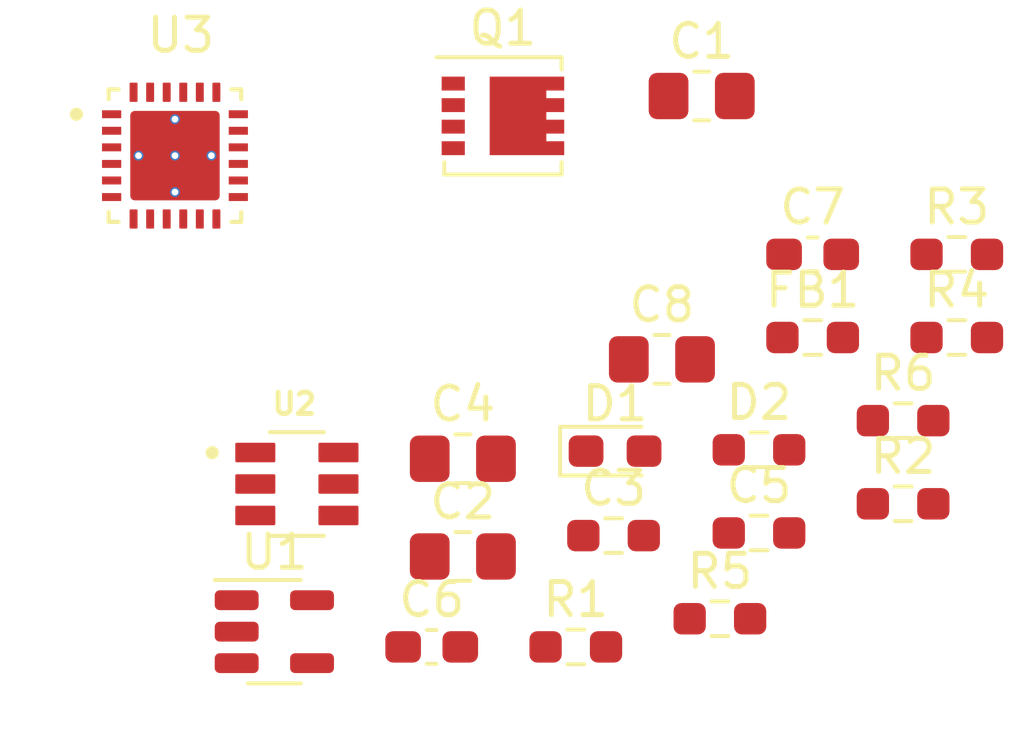
<source format=kicad_pcb>
(kicad_pcb (version 20211014) (generator pcbnew)
  (layers (0 "F.Cu" signal) (31 "B.Cu" signal) (34 "B.Paste" user) (35 "F.Paste" user) (36 "B.SilkS" user "B.Silkscreen") (37 "F.SilkS" user "F.Silkscreen") (38 "B.Mask" user) (39 "F.Mask" user) (44 "Edge.Cuts" user))
  (net 0 "")
  (net 1 "/VSYS")
  (net 2 "GND")
  (net 3 "+3V3")
  (net 4 "VBUS")
  (net 5 "+5V")
  (net 6 "Net-(C8-Pad1)")
  (net 7 "Net-(D1-Pad2)")
  (net 8 "Net-(D2-Pad2)")
  (net 9 "+BATT")
  (net 10 "Net-(Q1-Pad4)")
  (net 11 "Net-(R1-Pad1)")
  (net 12 "Net-(J1-PadA5)")
  (net 13 "Net-(J1-PadB5)")
  (net 15 "USB_CON_D+")
  (net 16 "USB_CON_D-")
  (net 17 "USB_D-")
  (net 18 "USB_D+")
  (net 25 "Net-(U3-Pad19)")
  (net 26 "Net-(U3-Pad21)")
  (net 35 "Net-(U3-Pad13)")
  (net 36 "Net-(U3-Pad15)")
  (net 37 "Net-(U3-Pad17)")
  (net 38 "Net-(U3-Pad25)")
  (footprint "Capacitor_SMD:C_0603_1608Metric_Pad1.08x0.95mm_HandSolder" (layer "F.Cu") (at 133.75 92.93)
    (fp_text reference "C6" (at 0 -1.43) (layer "F.SilkS"))
    (fp_text value "10u")
    (fp_line (start -0.146267 0.51) (end 0.146267 0.51) (layer "F.SilkS") (width 0.12))
    (fp_line (start -0.146267 -0.51) (end 0.146267 -0.51) (layer "F.SilkS") (width 0.12))
    (pad "1" smd roundrect (at -0.8625 0) (size 1.075 0.95) (layers "F.Cu" "F.Paste" "F.Mask") (net 4 "VBUS"))
    (pad "2" smd roundrect (at 0.8625 0) (size 1.075 0.95) (layers "F.Cu" "F.Paste" "F.Mask") (net 2 "GND"))
  )
  (footprint "Resistor_SMD:R_0805_2012Metric_Pad1.20x1.40mm_HandSolder" (layer "F.Cu") (at 134.69 87.25)
    (fp_text reference "C4" (at 0 -1.65) (layer "F.SilkS"))
    (fp_text value "100u")
    (fp_line (start -0.227064 0.735) (end 0.227064 0.735) (layer "F.SilkS") (width 0.12))
    (fp_line (start -0.227064 -0.735) (end 0.227064 -0.735) (layer "F.SilkS") (width 0.12))
    (pad "1" smd roundrect (at -1 0) (size 1.2 1.4) (layers "F.Cu" "F.Paste" "F.Mask") (roundrect_rratio 0.208333) (net 3 "+3V3"))
    (pad "2" smd roundrect (at 1 0) (size 1.2 1.4) (layers "F.Cu" "F.Paste" "F.Mask") (roundrect_rratio 0.208333) (net 2 "GND"))
  )
  (footprint "Resistor_SMD:R_0603_1608Metric_Pad0.98x0.95mm_HandSolder" (layer "F.Cu") (at 142.45 92.08)
    (fp_text reference "R5" (at 0 -1.43) (layer "F.SilkS"))
    (fp_text value "5.1k")
    (fp_line (start -0.254724 0.5225) (end 0.254724 0.5225) (layer "F.SilkS") (width 0.12))
    (fp_line (start -0.254724 -0.5225) (end 0.254724 -0.5225) (layer "F.SilkS") (width 0.12))
    (pad "1" smd roundrect (at -0.9125 0) (size 0.975 0.95) (layers "F.Cu" "F.Paste" "F.Mask") (net 12 "Net-(J1-PadA5)"))
    (pad "2" smd roundrect (at 0.9125 0) (size 0.975 0.95) (layers "F.Cu" "F.Paste" "F.Mask") (net 2 "GND"))
  )
  (footprint "Resistor_SMD:R_0603_1608Metric_Pad0.98x0.95mm_HandSolder" (layer "F.Cu") (at 145.25 83.59)
    (fp_text reference "FB1" (at 0 -1.43) (layer "F.SilkS"))
    (fp_text value "100R@100MHz")
    (fp_line (start -0.254724 0.5225) (end 0.254724 0.5225) (layer "F.SilkS") (width 0.12))
    (fp_line (start -0.254724 -0.5225) (end 0.254724 -0.5225) (layer "F.SilkS") (width 0.12))
    (pad "1" smd roundrect (at -0.9125 0) (size 0.975 0.95) (layers "F.Cu" "F.Paste" "F.Mask") (net 4 "VBUS"))
    (pad "2" smd roundrect (at 0.9125 0) (size 0.975 0.95) (layers "F.Cu" "F.Paste" "F.Mask") (net 5 "+5V"))
  )
  (footprint "Resistor_SMD:R_0603_1608Metric_Pad0.98x0.95mm_HandSolder" (layer "F.Cu") (at 147.98 88.61)
    (fp_text reference "R2" (at 0 -1.43) (layer "F.SilkS"))
    (fp_text value "5.1k")
    (fp_line (start -0.254724 -0.5225) (end 0.254724 -0.5225) (layer "F.SilkS") (width 0.12))
    (fp_line (start -0.254724 0.5225) (end 0.254724 0.5225) (layer "F.SilkS") (width 0.12))
    (pad "1" smd roundrect (at -0.9125 0) (size 0.975 0.95) (layers "F.Cu" "F.Paste" "F.Mask") (net 1 "/VSYS"))
    (pad "2" smd roundrect (at 0.9125 0) (size 0.975 0.95) (layers "F.Cu" "F.Paste" "F.Mask") (net 6 "Net-(C8-Pad1)"))
  )
  (footprint "Resistor_SMD:R_0805_2012Metric_Pad1.20x1.40mm_HandSolder" (layer "F.Cu") (at 134.69 90.2)
    (fp_text reference "C2" (at 0 -1.65) (layer "F.SilkS"))
    (fp_text value "100u")
    (fp_line (start -0.227064 0.735) (end 0.227064 0.735) (layer "F.SilkS") (width 0.12))
    (fp_line (start -0.227064 -0.735) (end 0.227064 -0.735) (layer "F.SilkS") (width 0.12))
    (pad "1" smd roundrect (at -1 0) (size 1.2 1.4) (layers "F.Cu" "F.Paste" "F.Mask") (roundrect_rratio 0.208333) (net 1 "/VSYS"))
    (pad "2" smd roundrect (at 1 0) (size 1.2 1.4) (layers "F.Cu" "F.Paste" "F.Mask") (roundrect_rratio 0.208333) (net 2 "GND"))
  )
  (footprint "Resistor_SMD:R_0805_2012Metric_Pad1.20x1.40mm_HandSolder" (layer "F.Cu") (at 140.7 84.25)
    (fp_text reference "C8" (at 0 -1.65) (layer "F.SilkS"))
    (fp_text value "100u")
    (fp_line (start -0.227064 0.735) (end 0.227064 0.735) (layer "F.SilkS") (width 0.12))
    (fp_line (start -0.227064 -0.735) (end 0.227064 -0.735) (layer "F.SilkS") (width 0.12))
    (pad "1" smd roundrect (at -1 0) (size 1.2 1.4) (layers "F.Cu" "F.Paste" "F.Mask") (roundrect_rratio 0.208333) (net 6 "Net-(C8-Pad1)"))
    (pad "2" smd roundrect (at 1 0) (size 1.2 1.4) (layers "F.Cu" "F.Paste" "F.Mask") (roundrect_rratio 0.208333) (net 2 "GND"))
  )
  (footprint "Resistor_SMD:R_0805_2012Metric_Pad1.20x1.40mm_HandSolder" (layer "F.Cu") (at 141.9 76.3)
    (fp_text reference "C1" (at 0 -1.65) (layer "F.SilkS"))
    (fp_text value "100u")
    (fp_line (start -0.227064 0.735) (end 0.227064 0.735) (layer "F.SilkS") (width 0.12))
    (fp_line (start -0.227064 -0.735) (end 0.227064 -0.735) (layer "F.SilkS") (width 0.12))
    (pad "1" smd roundrect (at -1 0) (size 1.2 1.4) (layers "F.Cu" "F.Paste" "F.Mask") (roundrect_rratio 0.208333) (net 1 "/VSYS"))
    (pad "2" smd roundrect (at 1 0) (size 1.2 1.4) (layers "F.Cu" "F.Paste" "F.Mask") (roundrect_rratio 0.208333) (net 2 "GND"))
  )
  (footprint "Capacitor_SMD:C_0603_1608Metric_Pad1.08x0.95mm_HandSolder" (layer "F.Cu") (at 145.25 81.08)
    (fp_text reference "C7" (at 0 -1.43) (layer "F.SilkS"))
    (fp_text value "10u")
    (fp_line (start -0.146267 -0.51) (end 0.146267 -0.51) (layer "F.SilkS") (width 0.12))
    (fp_line (start -0.146267 0.51) (end 0.146267 0.51) (layer "F.SilkS") (width 0.12))
    (pad "1" smd roundrect (at -0.8625 0) (size 1.075 0.95) (layers "F.Cu" "F.Paste" "F.Mask") (net 5 "+5V"))
    (pad "2" smd roundrect (at 0.8625 0) (size 1.075 0.95) (layers "F.Cu" "F.Paste" "F.Mask") (net 2 "GND"))
  )
  (footprint "SnapEDA Library:SOT95P280X145-6N" (layer "F.Cu") (at 129.68 88.0125)
    (fp_text reference "U2" (at -0.078 -2.4189) (layer "F.SilkS") (effects (font (size 0.64 0.64))))
    (fp_text value "USBLC6-2SC6")
    (fp_line (start 0.8125 -1.565) (end -0.8125 -1.565) (layer "F.SilkS") (width 0.127))
    (fp_line (start 0.8125 1.565) (end -0.8125 1.565) (layer "F.SilkS") (width 0.127))
    (fp_circle (center -2.555 -0.945) (end -2.455 -0.945) (layer "F.SilkS") (width 0.2) (fill none))
    (pad "1" smd roundrect locked (at -1.255 -0.95) (size 1.21 0.59) (layers "F.Cu" "F.Paste" "F.Mask") (roundrect_rratio 0.07) (net 15 "USB_CON_D+"))
    (pad "2" smd roundrect locked (at -1.255 0) (size 1.21 0.59) (layers "F.Cu" "F.Paste" "F.Mask") (roundrect_rratio 0.07) (net 2 "GND"))
    (pad "3" smd roundrect locked (at -1.255 0.95) (size 1.21 0.59) (layers "F.Cu" "F.Paste" "F.Mask") (roundrect_rratio 0.07) (net 16 "USB_CON_D-"))
    (pad "4" smd roundrect locked (at 1.255 0.95) (size 1.21 0.59) (layers "F.Cu" "F.Paste" "F.Mask") (roundrect_rratio 0.07) (net 17 "USB_D-"))
    (pad "5" smd roundrect locked (at 1.255 0) (size 1.21 0.59) (layers "F.Cu" "F.Paste" "F.Mask") (roundrect_rratio 0.07) (net 4 "VBUS"))
    (pad "6" smd roundrect locked (at 1.255 -0.95) (size 1.21 0.59) (layers "F.Cu" "F.Paste" "F.Mask") (roundrect_rratio 0.07) (net 18 "USB_D+"))
  )
  (footprint "Resistor_SMD:R_0603_1608Metric_Pad0.98x0.95mm_HandSolder" (layer "F.Cu") (at 149.6 83.59)
    (fp_text reference "R4" (at 0 -1.43) (layer "F.SilkS"))
    (fp_text value "300R")
    (fp_line (start -0.254724 -0.5225) (end 0.254724 -0.5225) (layer "F.SilkS") (width 0.12))
    (fp_line (start -0.254724 0.5225) (end 0.254724 0.5225) (layer "F.SilkS") (width 0.12))
    (pad "1" smd roundrect (at -0.9125 0) (size 0.975 0.95) (layers "F.Cu" "F.Paste" "F.Mask") (net 8 "Net-(D2-Pad2)"))
    (pad "2" smd roundrect (at 0.9125 0) (size 0.975 0.95) (layers "F.Cu" "F.Paste" "F.Mask") (net 3 "+3V3"))
  )
  (footprint "Package_SON:Diodes_PowerDI3333-8" (layer "F.Cu") (at 135.9 76.9)
    (fp_text reference "Q1" (at 0 -2.65) (layer "F.SilkS"))
    (fp_text value "DMP3013SFV")
    (fp_line (start 1.77 -1.77) (end 1.77 -1.4) (layer "F.SilkS") (width 0.12))
    (fp_line (start 1.77 1.77) (end 1.77 1.4) (layer "F.SilkS") (width 0.12))
    (fp_line (start -1.77 1.77) (end 1.77 1.77) (layer "F.SilkS") (width 0.12))
    (fp_line (start -1.77 1.77) (end -1.77 1.4) (layer "F.SilkS") (width 0.12))
    (fp_line (start 1.77 -1.77) (end -2 -1.77) (layer "F.SilkS") (width 0.12))
    (pad "1" smd rect (at -1.5 -0.975) (size 0.7 0.42) (layers "F.Cu" "F.Paste" "F.Mask") (net 9 "+BATT"))
    (pad "2" smd rect (at -1.5 -0.325) (size 0.7 0.42) (layers "F.Cu" "F.Paste" "F.Mask") (net 9 "+BATT"))
    (pad "3" smd rect (at -1.5 0.325) (size 0.7 0.42) (layers "F.Cu" "F.Paste" "F.Mask") (net 9 "+BATT"))
    (pad "4" smd rect (at -1.5 0.975) (size 0.7 0.42) (layers "F.Cu" "F.Paste" "F.Mask") (net 10 "Net-(Q1-Pad4)"))
    (pad "5" smd custom (at 0.455 0) (size 1.71 2.37) (layers "F.Cu" "F.Mask") (net 1 "/VSYS") (options (clearance outline) (anchor rect)) (primitives (gr_poly (pts (xy 1.395 1.185) (xy 0.855 1.185) (xy 0.855 0.765) (xy 1.395 0.765)) (width 0) (fill yes)) (gr_poly (pts (xy 1.395 0.535) (xy 0.855 0.535) (xy 0.855 0.115) (xy 1.395 0.115)) (width 0) (fill yes)) (gr_poly (pts (xy 1.395 -0.115) (xy 0.855 -0.115) (xy 0.855 -0.535) (xy 1.395 -0.535)) (width 0) (fill yes)) (gr_poly (pts (xy 1.395 -0.765) (xy 0.855 -0.765) (xy 0.855 -1.185) (xy 1.395 -1.185)) (width 0) (fill yes))))
  )
  (footprint "Resistor_SMD:R_0603_1608Metric_Pad0.98x0.95mm_HandSolder" (layer "F.Cu") (at 138.1 92.93)
    (fp_text reference "R1" (at 0 -1.43) (layer "F.SilkS"))
    (fp_text value "5.1k")
    (fp_line (start -0.254724 0.5225) (end 0.254724 0.5225) (layer "F.SilkS") (width 0.12))
    (fp_line (start -0.254724 -0.5225) (end 0.254724 -0.5225) (layer "F.SilkS") (width 0.12))
    (pad "1" smd roundrect (at -0.9125 0) (size 0.975 0.95) (layers "F.Cu" "F.Paste" "F.Mask") (net 11 "Net-(R1-Pad1)"))
    (pad "2" smd roundrect (at 0.9125 0) (size 0.975 0.95) (layers "F.Cu" "F.Paste" "F.Mask") (net 10 "Net-(Q1-Pad4)"))
  )
  (footprint "SnapEDA Library:IC_BQ25887RGER" (layer "F.Cu") (at 126 78.1)
    (fp_text reference "U3" (at 0.175 -3.635) (layer "F.SilkS"))
    (fp_text value "BQ25887RGER")
    (fp_line (start -2 -2) (end -2 -1.705) (layer "F.SilkS") (width 0.127))
    (fp_line (start -2 2) (end -2 1.705) (layer "F.SilkS") (width 0.127))
    (fp_line (start 2 2) (end 1.705 2) (layer "F.SilkS") (width 0.127))
    (fp_line (start 2 -2) (end 2 -1.705) (layer "F.SilkS") (width 0.127))
    (fp_line (start 2 -2) (end 1.705 -2) (layer "F.SilkS") (width 0.127))
    (fp_line (start -2 2) (end -1.705 2) (layer "F.SilkS") (width 0.127))
    (fp_line (start 2 2) (end 2 1.705) (layer "F.SilkS") (width 0.127))
    (fp_line (start -2 -2) (end -1.705 -2) (layer "F.SilkS") (width 0.127))
    (fp_circle (center -2.975 -1.25) (end -2.875 -1.25) (layer "F.SilkS") (width 0.2) (fill none))
    (pad "1" smd roundrect locked (at -1.9125 -1.25) (size 0.58 0.24) (layers "F.Cu" "F.Paste" "F.Mask") (roundrect_rratio 0.05))
    (pad "2" smd roundrect locked (at -1.9125 -0.75) (size 0.58 0.24) (layers "F.Cu" "F.Paste" "F.Mask") (roundrect_rratio 0.05))
    (pad "3" smd roundrect locked (at -1.9125 -0.25) (size 0.58 0.24) (layers "F.Cu" "F.Paste" "F.Mask") (roundrect_rratio 0.05))
    (pad "4" smd roundrect locked (at -1.9125 0.25) (size 0.58 0.24) (layers "F.Cu" "F.Paste" "F.Mask") (roundrect_rratio 0.05))
    (pad "5" smd roundrect locked (at -1.9125 0.75) (size 0.58 0.24) (layers "F.Cu" "F.Paste" "F.Mask") (roundrect_rratio 0.05))
    (pad "6" smd roundrect locked (at -1.9125 1.25) (size 0.58 0.24) (layers "F.Cu" "F.Paste" "F.Mask") (roundrect_rratio 0.05))
    (pad "7" smd roundrect locked (at -1.25 1.9125) (size 0.24 0.58) (layers "F.Cu" "F.Paste" "F.Mask") (roundrect_rratio 0.12))
    (pad "8" smd roundrect locked (at -0.75 1.9125) (size 0.24 0.58) (layers "F.Cu" "F.Paste" "F.Mask") (roundrect_rratio 0.12))
    (pad "9" smd roundrect locked (at -0.25 1.9125) (size 0.24 0.58) (layers "F.Cu" "F.Paste" "F.Mask") (roundrect_rratio 0.12))
    (pad "10" smd roundrect locked (at 0.25 1.9125) (size 0.24 0.58) (layers "F.Cu" "F.Paste" "F.Mask") (roundrect_rratio 0.12))
    (pad "11" smd roundrect locked (at 0.75 1.9125) (size 0.24 0.58) (layers "F.Cu" "F.Paste" "F.Mask") (roundrect_rratio 0.12))
    (pad "12" smd roundrect locked (at 1.25 1.9125) (size 0.24 0.58) (layers "F.Cu" "F.Paste" "F.Mask") (roundrect_rratio 0.12))
    (pad "13" smd roundrect locked (at 1.9125 1.25) (size 0.58 0.24) (layers "F.Cu" "F.Paste" "F.Mask") (roundrect_rratio 0.05) (net 35 "Net-(U3-Pad13)"))
    (pad "14" smd roundrect locked (at 1.9125 0.75) (size 0.58 0.24) (layers "F.Cu" "F.Paste" "F.Mask") (roundrect_rratio 0.05) (net 35 "Net-(U3-Pad13)"))
    (pad "15" smd roundrect locked (at 1.9125 0.25) (size 0.58 0.24) (layers "F.Cu" "F.Paste" "F.Mask") (roundrect_rratio 0.05) (net 36 "Net-(U3-Pad15)"))
    (pad "16" smd roundrect locked (at 1.9125 -0.25) (size 0.58 0.24) (layers "F.Cu" "F.Paste" "F.Mask") (roundrect_rratio 0.05) (net 36 "Net-(U3-Pad15)"))
    (pad "17" smd roundrect locked (at 1.9125 -0.75) (size 0.58 0.24) (layers "F.Cu" "F.Paste" "F.Mask") (roundrect_rratio 0.05) (net 37 "Net-(U3-Pad17)"))
    (pad "18" smd roundrect locked (at 1.9125 -1.25) (size 0.58 0.24) (layers "F.Cu" "F.Paste" "F.Mask") (roundrect_rratio 0.05) (net 37 "Net-(U3-Pad17)"))
    (pad "19" smd roundrect locked (at 1.25 -1.9125) (size 0.24 0.58) (layers "F.Cu" "F.Paste" "F.Mask") (roundrect_rratio 0.12) (net 25 "Net-(U3-Pad19)"))
    (pad "20" smd roundrect locked (at 0.75 -1.9125) (size 0.24 0.58) (layers "F.Cu" "F.Paste" "F.Mask") (roundrect_rratio 0.12) (net 25 "Net-(U3-Pad19)"))
    (pad "21" smd roundrect locked (at 0.25 -1.9125) (size 0.24 0.58) (layers "F.Cu" "F.Paste" "F.Mask") (roundrect_rratio 0.12) (net 26 "Net-(U3-Pad21)"))
    (pad "22" smd roundrect locked (at -0.25 -1.9125) (size 0.24 0.58) (layers "F.Cu" "F.Paste" "F.Mask") (roundrect_rratio 0.12) (net 26 "Net-(U3-Pad21)"))
    (pad "23" smd roundrect locked (at -0.75 -1.9125) (size 0.24 0.58) (layers "F.Cu" "F.Paste" "F.Mask") (roundrect_rratio 0.12))
    (pad "24" smd roundrect locked (at -1.25 -1.9125) (size 0.24 0.58) (layers "F.Cu" "F.Paste" "F.Mask") (roundrect_rratio 0.12))
    (pad "25" smd roundrect locked (at 0 0) (size 2.7 2.7) (layers "F.Cu" "F.Mask") (roundrect_rratio 0.05) (net 38 "Net-(U3-Pad25)"))
    (pad "26" thru_hole circle locked (at -1.1 0) (size 0.3 0.3) (drill 0.2) (layers *.Cu) (net 38 "Net-(U3-Pad25)"))
    (pad "27" thru_hole circle locked (at 0 -1.1) (size 0.3 0.3) (drill 0.2) (layers *.Cu) (net 38 "Net-(U3-Pad25)"))
    (pad "28" thru_hole circle locked (at 1.1 0) (size 0.3 0.3) (drill 0.2) (layers *.Cu) (net 38 "Net-(U3-Pad25)"))
    (pad "29" thru_hole circle locked (at 0 1.1) (size 0.3 0.3) (drill 0.2) (layers *.Cu) (net 38 "Net-(U3-Pad25)"))
    (pad "30" thru_hole circle locked (at 0 0) (size 0.3 0.3) (drill 0.2) (layers *.Cu) (net 38 "Net-(U3-Pad25)"))
  )
  (footprint "Resistor_SMD:R_0603_1608Metric_Pad0.98x0.95mm_HandSolder" (layer "F.Cu") (at 149.6 81.08)
    (fp_text reference "R3" (at 0 -1.43) (layer "F.SilkS"))
    (fp_text value "5.1k")
    (fp_line (start -0.254724 0.5225) (end 0.254724 0.5225) (layer "F.SilkS") (width 0.12))
    (fp_line (start -0.254724 -0.5225) (end 0.254724 -0.5225) (layer "F.SilkS") (width 0.12))
    (pad "1" smd roundrect (at -0.9125 0) (size 0.975 0.95) (layers "F.Cu" "F.Paste" "F.Mask") (net 5 "+5V"))
    (pad "2" smd roundrect (at 0.9125 0) (size 0.975 0.95) (layers "F.Cu" "F.Paste" "F.Mask") (net 7 "Net-(D1-Pad2)"))
  )
  (footprint "Resistor_SMD:R_0603_1608Metric_Pad0.98x0.95mm_HandSolder" (layer "F.Cu") (at 139.24 89.57)
    (fp_text reference "C3" (at 0 -1.43) (layer "F.SilkS"))
    (fp_text value "100n")
    (fp_line (start -0.254724 0.5225) (end 0.254724 0.5225) (layer "F.SilkS") (width 0.12))
    (fp_line (start -0.254724 -0.5225) (end 0.254724 -0.5225) (layer "F.SilkS") (width 0.12))
    (pad "1" smd roundrect (at -0.9125 0) (size 0.975 0.95) (layers "F.Cu" "F.Paste" "F.Mask") (net 1 "/VSYS"))
    (pad "2" smd roundrect (at 0.9125 0) (size 0.975 0.95) (layers "F.Cu" "F.Paste" "F.Mask") (net 2 "GND"))
  )
  (footprint "Resistor_SMD:R_0603_1608Metric_Pad0.98x0.95mm_HandSolder" (layer "F.Cu") (at 147.98 86.1)
    (fp_text reference "R6" (at 0 -1.43) (layer "F.SilkS"))
    (fp_text value "5.1k")
    (fp_line (start -0.254724 -0.5225) (end 0.254724 -0.5225) (layer "F.SilkS") (width 0.12))
    (fp_line (start -0.254724 0.5225) (end 0.254724 0.5225) (layer "F.SilkS") (width 0.12))
    (pad "1" smd roundrect (at -0.9125 0) (size 0.975 0.95) (layers "F.Cu" "F.Paste" "F.Mask") (net 13 "Net-(J1-PadB5)"))
    (pad "2" smd roundrect (at 0.9125 0) (size 0.975 0.95) (layers "F.Cu" "F.Paste" "F.Mask") (net 2 "GND"))
  )
  (footprint "Resistor_SMD:R_0603_1608Metric_Pad0.98x0.95mm_HandSolder" (layer "F.Cu") (at 143.63 89.49)
    (fp_text reference "C5" (at 0 -1.43) (layer "F.SilkS"))
    (fp_text value "100n")
    (fp_line (start -0.254724 0.5225) (end 0.254724 0.5225) (layer "F.SilkS") (width 0.12))
    (fp_line (start -0.254724 -0.5225) (end 0.254724 -0.5225) (layer "F.SilkS") (width 0.12))
    (pad "1" smd roundrect (at -0.9125 0) (size 0.975 0.95) (layers "F.Cu" "F.Paste" "F.Mask") (net 3 "+3V3"))
    (pad "2" smd roundrect (at 0.9125 0) (size 0.975 0.95) (layers "F.Cu" "F.Paste" "F.Mask") (net 2 "GND"))
  )
  (footprint "LED_SMD:LED_0603_1608Metric_Pad1.05x0.95mm_HandSolder" (layer "F.Cu") (at 139.285 87.02)
    (fp_text reference "D1" (at 0 -1.43) (layer "F.SilkS"))
    (fp_text value "CHRG")
    (fp_line (start 0.8 -0.735) (end -1.66 -0.735) (layer "F.SilkS") (width 0.12))
    (fp_line (start -1.66 -0.735) (end -1.66 0.735) (layer "F.SilkS") (width 0.12))
    (fp_line (start -1.66 0.735) (end 0.8 0.735) (layer "F.SilkS") (width 0.12))
    (pad "1" smd roundrect (at -0.875 0) (size 1.05 0.95) (layers "F.Cu" "F.Paste" "F.Mask") (net 2 "GND"))
    (pad "2" smd roundrect (at 0.875 0) (size 1.05 0.95) (layers "F.Cu" "F.Paste" "F.Mask") (net 7 "Net-(D1-Pad2)"))
  )
  (footprint "Resistor_SMD:R_0603_1608Metric_Pad0.98x0.95mm_HandSolder" (layer "F.Cu") (at 143.63 86.98)
    (fp_text reference "D2" (at 0 -1.43) (layer "F.SilkS"))
    (fp_text value "LED")
    (fp_line (start -0.254724 -0.5225) (end 0.254724 -0.5225) (layer "F.SilkS") (width 0.12))
    (fp_line (start -0.254724 0.5225) (end 0.254724 0.5225) (layer "F.SilkS") (width 0.12))
    (pad "1" smd roundrect (at -0.9125 0) (size 0.975 0.95) (layers "F.Cu" "F.Paste" "F.Mask") (net 2 "GND"))
    (pad "2" smd roundrect (at 0.9125 0) (size 0.975 0.95) (layers "F.Cu" "F.Paste" "F.Mask") (net 8 "Net-(D2-Pad2)"))
  )
  (footprint "Package_TO_SOT_SMD:SOT-23-5" (layer "F.Cu") (at 129 92.47)
    (fp_text reference "U1" (at 0 -2.4) (layer "F.SilkS"))
    (fp_text value "AP2127K-3.3")
    (fp_line (start 0 1.56) (end -0.8 1.56) (layer "F.SilkS") (width 0.12))
    (fp_line (start 0 1.56) (end 0.8 1.56) (layer "F.SilkS") (width 0.12))
    (fp_line (start 0 -1.56) (end -1.8 -1.56) (layer "F.SilkS") (width 0.12))
    (fp_line (start 0 -1.56) (end 0.8 -1.56) (layer "F.SilkS") (width 0.12))
    (pad "1" smd roundrect (at -1.1375 -0.95) (size 1.325 0.6) (layers "F.Cu" "F.Paste" "F.Mask") (net 1 "/VSYS"))
    (pad "2" smd roundrect (at -1.1375 0) (size 1.325 0.6) (layers "F.Cu" "F.Paste" "F.Mask") (net 2 "GND"))
    (pad "3" smd roundrect (at -1.1375 0.95) (size 1.325 0.6) (layers "F.Cu" "F.Paste" "F.Mask") (net 6 "Net-(C8-Pad1)"))
    (pad "4" smd roundrect (at 1.1375 0.95) (size 1.325 0.6) (layers "F.Cu" "F.Paste" "F.Mask"))
    (pad "5" smd roundrect (at 1.1375 -0.95) (size 1.325 0.6) (layers "F.Cu" "F.Paste" "F.Mask") (net 3 "+3V3"))
  )
)
</source>
